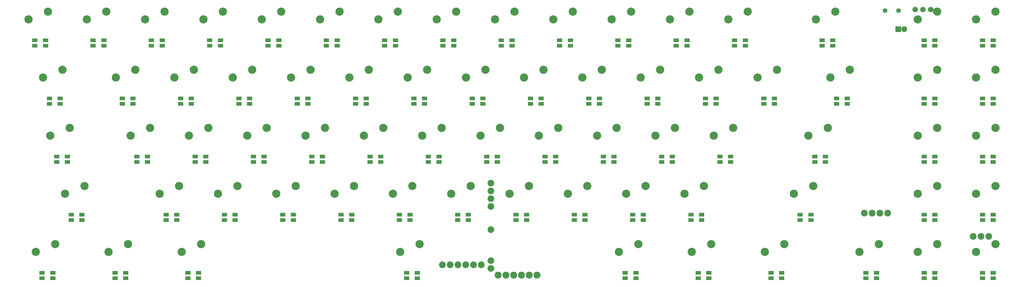
<source format=gbr>
G04 #@! TF.FileFunction,Soldermask,Top*
%FSLAX46Y46*%
G04 Gerber Fmt 4.6, Leading zero omitted, Abs format (unit mm)*
G04 Created by KiCad (PCBNEW 4.0.2-stable) date 7/14/2016 10:06:43 PM*
%MOMM*%
G01*
G04 APERTURE LIST*
%ADD10C,0.100000*%
%ADD11C,1.500000*%
%ADD12C,2.686000*%
%ADD13C,1.924000*%
%ADD14R,1.924000X1.924000*%
%ADD15C,2.279600*%
%ADD16C,2.178000*%
%ADD17R,1.700000X1.250000*%
%ADD18C,2.200000*%
%ADD19C,1.800000*%
G04 APERTURE END LIST*
D10*
D11*
X345795950Y-65262850D03*
X350195950Y-65262850D03*
D12*
X181898750Y-103697500D03*
X175548750Y-106237500D03*
D13*
X352135950Y-71392850D03*
D14*
X350135950Y-71392850D03*
D15*
X219426950Y-151972850D03*
X221966950Y-151972850D03*
X224506950Y-151972850D03*
X227046950Y-151972850D03*
X229586950Y-151972850D03*
X232126950Y-151972850D03*
D16*
X217085950Y-149742850D03*
X217085950Y-147202850D03*
X217085950Y-137042850D03*
X217085950Y-129422850D03*
X217085950Y-126882850D03*
X217085950Y-124342850D03*
X217085950Y-121802850D03*
D17*
X266828450Y-133947850D03*
X266828450Y-132197850D03*
X263328450Y-132197850D03*
X263328450Y-133947850D03*
X68065950Y-75047850D03*
X68065950Y-76797850D03*
X71565950Y-76797850D03*
X71565950Y-75047850D03*
X87115950Y-75047850D03*
X87115950Y-76797850D03*
X90615950Y-76797850D03*
X90615950Y-75047850D03*
X106165950Y-75047850D03*
X106165950Y-76797850D03*
X109665950Y-76797850D03*
X109665950Y-75047850D03*
X125215950Y-75047850D03*
X125215950Y-76797850D03*
X128715950Y-76797850D03*
X128715950Y-75047850D03*
X144265950Y-75047850D03*
X144265950Y-76797850D03*
X147765950Y-76797850D03*
X147765950Y-75047850D03*
X163315950Y-75047850D03*
X163315950Y-76797850D03*
X166815950Y-76797850D03*
X166815950Y-75047850D03*
X182365950Y-75047850D03*
X182365950Y-76797850D03*
X185865950Y-76797850D03*
X185865950Y-75047850D03*
X201415950Y-75047850D03*
X201415950Y-76797850D03*
X204915950Y-76797850D03*
X204915950Y-75047850D03*
X220465950Y-75047850D03*
X220465950Y-76797850D03*
X223965950Y-76797850D03*
X223965950Y-75047850D03*
X239515950Y-75047850D03*
X239515950Y-76797850D03*
X243015950Y-76797850D03*
X243015950Y-75047850D03*
X258565950Y-75047850D03*
X258565950Y-76797850D03*
X262065950Y-76797850D03*
X262065950Y-75047850D03*
X277615950Y-75047850D03*
X277615950Y-76797850D03*
X281115950Y-76797850D03*
X281115950Y-75047850D03*
X296665950Y-75047850D03*
X296665950Y-76797850D03*
X300165950Y-76797850D03*
X300165950Y-75047850D03*
X325240950Y-75047850D03*
X325240950Y-76797850D03*
X328740950Y-76797850D03*
X328740950Y-75047850D03*
X358578450Y-75047850D03*
X358578450Y-76797850D03*
X362078450Y-76797850D03*
X362078450Y-75047850D03*
X377628450Y-75047850D03*
X377628450Y-76797850D03*
X381128450Y-76797850D03*
X381128450Y-75047850D03*
X76328450Y-95847850D03*
X76328450Y-94097850D03*
X72828450Y-94097850D03*
X72828450Y-95847850D03*
X100140950Y-95847850D03*
X100140950Y-94097850D03*
X96640950Y-94097850D03*
X96640950Y-95847850D03*
X119190950Y-95847850D03*
X119190950Y-94097850D03*
X115690950Y-94097850D03*
X115690950Y-95847850D03*
X138240950Y-95847850D03*
X138240950Y-94097850D03*
X134740950Y-94097850D03*
X134740950Y-95847850D03*
X157290950Y-95847850D03*
X157290950Y-94097850D03*
X153790950Y-94097850D03*
X153790950Y-95847850D03*
X176340950Y-95847850D03*
X176340950Y-94097850D03*
X172840950Y-94097850D03*
X172840950Y-95847850D03*
X195390950Y-95847850D03*
X195390950Y-94097850D03*
X191890950Y-94097850D03*
X191890950Y-95847850D03*
X214440950Y-95847850D03*
X214440950Y-94097850D03*
X210940950Y-94097850D03*
X210940950Y-95847850D03*
X233490950Y-95847850D03*
X233490950Y-94097850D03*
X229990950Y-94097850D03*
X229990950Y-95847850D03*
X252540950Y-95847850D03*
X252540950Y-94097850D03*
X249040950Y-94097850D03*
X249040950Y-95847850D03*
X271590950Y-95847850D03*
X271590950Y-94097850D03*
X268090950Y-94097850D03*
X268090950Y-95847850D03*
X290640950Y-95847850D03*
X290640950Y-94097850D03*
X287140950Y-94097850D03*
X287140950Y-95847850D03*
X309690950Y-95847850D03*
X309690950Y-94097850D03*
X306190950Y-94097850D03*
X306190950Y-95847850D03*
X333503450Y-95847850D03*
X333503450Y-94097850D03*
X330003450Y-94097850D03*
X330003450Y-95847850D03*
X362078450Y-95847850D03*
X362078450Y-94097850D03*
X358578450Y-94097850D03*
X358578450Y-95847850D03*
X381128450Y-95847850D03*
X381128450Y-94097850D03*
X377628450Y-94097850D03*
X377628450Y-95847850D03*
X75209700Y-113147850D03*
X75209700Y-114897850D03*
X78709700Y-114897850D03*
X78709700Y-113147850D03*
X101403450Y-113147850D03*
X101403450Y-114897850D03*
X104903450Y-114897850D03*
X104903450Y-113147850D03*
X120453450Y-113147850D03*
X120453450Y-114897850D03*
X123953450Y-114897850D03*
X123953450Y-113147850D03*
X139503450Y-113147850D03*
X139503450Y-114897850D03*
X143003450Y-114897850D03*
X143003450Y-113147850D03*
X158553450Y-113147850D03*
X158553450Y-114897850D03*
X162053450Y-114897850D03*
X162053450Y-113147850D03*
X177603450Y-113147850D03*
X177603450Y-114897850D03*
X181103450Y-114897850D03*
X181103450Y-113147850D03*
X196653450Y-113147850D03*
X196653450Y-114897850D03*
X200153450Y-114897850D03*
X200153450Y-113147850D03*
X215703450Y-113147850D03*
X215703450Y-114897850D03*
X219203450Y-114897850D03*
X219203450Y-113147850D03*
X234753450Y-113147850D03*
X234753450Y-114897850D03*
X238253450Y-114897850D03*
X238253450Y-113147850D03*
X253803450Y-113147850D03*
X253803450Y-114897850D03*
X257303450Y-114897850D03*
X257303450Y-113147850D03*
X272853450Y-113147850D03*
X272853450Y-114897850D03*
X276353450Y-114897850D03*
X276353450Y-113147850D03*
X291903450Y-113147850D03*
X291903450Y-114897850D03*
X295403450Y-114897850D03*
X295403450Y-113147850D03*
X322859700Y-113147850D03*
X322859700Y-114897850D03*
X326359700Y-114897850D03*
X326359700Y-113147850D03*
X358578450Y-113147850D03*
X358578450Y-114897850D03*
X362078450Y-114897850D03*
X362078450Y-113147850D03*
X377628450Y-113147850D03*
X377628450Y-114897850D03*
X381128450Y-114897850D03*
X381128450Y-113147850D03*
X83472200Y-133947850D03*
X83472200Y-132197850D03*
X79972200Y-132197850D03*
X79972200Y-133947850D03*
X114428450Y-133947850D03*
X114428450Y-132197850D03*
X110928450Y-132197850D03*
X110928450Y-133947850D03*
X133478450Y-133947850D03*
X133478450Y-132197850D03*
X129978450Y-132197850D03*
X129978450Y-133947850D03*
X152528450Y-133947850D03*
X152528450Y-132197850D03*
X149028450Y-132197850D03*
X149028450Y-133947850D03*
X171578450Y-133947850D03*
X171578450Y-132197850D03*
X168078450Y-132197850D03*
X168078450Y-133947850D03*
X190628450Y-133947850D03*
X190628450Y-132197850D03*
X187128450Y-132197850D03*
X187128450Y-133947850D03*
X209678450Y-133947850D03*
X209678450Y-132197850D03*
X206178450Y-132197850D03*
X206178450Y-133947850D03*
X228728450Y-133947850D03*
X228728450Y-132197850D03*
X225228450Y-132197850D03*
X225228450Y-133947850D03*
X247778450Y-133947850D03*
X247778450Y-132197850D03*
X244278450Y-132197850D03*
X244278450Y-133947850D03*
X285878450Y-133947850D03*
X285878450Y-132197850D03*
X282378450Y-132197850D03*
X282378450Y-133947850D03*
X321597200Y-133947850D03*
X321597200Y-132197850D03*
X318097200Y-132197850D03*
X318097200Y-133947850D03*
X362078450Y-133947850D03*
X362078450Y-132197850D03*
X358578450Y-132197850D03*
X358578450Y-133947850D03*
X381128450Y-133947850D03*
X381128450Y-132197850D03*
X377628450Y-132197850D03*
X377628450Y-133947850D03*
X70447200Y-151247850D03*
X70447200Y-152997850D03*
X73947200Y-152997850D03*
X73947200Y-151247850D03*
X189509700Y-151247850D03*
X189509700Y-152997850D03*
X193009700Y-152997850D03*
X193009700Y-151247850D03*
X260947200Y-151247850D03*
X260947200Y-152997850D03*
X264447200Y-152997850D03*
X264447200Y-151247850D03*
X284759700Y-151247850D03*
X284759700Y-152997850D03*
X288259700Y-152997850D03*
X288259700Y-151247850D03*
X308572200Y-151247850D03*
X308572200Y-152997850D03*
X312072200Y-152997850D03*
X312072200Y-151247850D03*
X377628450Y-151247850D03*
X377628450Y-152997850D03*
X381128450Y-152997850D03*
X381128450Y-151247850D03*
X339528450Y-151247850D03*
X339528450Y-152997850D03*
X343028450Y-152997850D03*
X343028450Y-151247850D03*
X358578450Y-151247850D03*
X358578450Y-152997850D03*
X362078450Y-152997850D03*
X362078450Y-151247850D03*
X94259700Y-151247850D03*
X94259700Y-152997850D03*
X97759700Y-152997850D03*
X97759700Y-151247850D03*
X118072200Y-151247850D03*
X118072200Y-152997850D03*
X121572200Y-152997850D03*
X121572200Y-151247850D03*
D18*
X341595950Y-131632850D03*
X344135950Y-131632850D03*
X339055950Y-131632850D03*
X374615950Y-139252850D03*
X211365950Y-148572850D03*
X213905950Y-148572850D03*
X208825950Y-148572850D03*
X206285950Y-148572850D03*
X379695950Y-139252850D03*
X346675950Y-131632850D03*
X377155950Y-139252850D03*
X201205950Y-148572850D03*
X203745950Y-148572850D03*
D12*
X72355950Y-65592850D03*
X66005950Y-68132850D03*
X91406350Y-65592850D03*
X85056350Y-68132850D03*
X110456750Y-65592850D03*
X104106750Y-68132850D03*
X129507150Y-65592850D03*
X123157150Y-68132850D03*
X167607950Y-65592850D03*
X161257950Y-68132850D03*
X205708750Y-65592850D03*
X199358750Y-68132850D03*
X224759150Y-65592850D03*
X218409150Y-68132850D03*
X243809550Y-65592850D03*
X237459550Y-68132850D03*
X262859950Y-65592850D03*
X256509950Y-68132850D03*
X281910350Y-65592850D03*
X275560350Y-68132850D03*
X300960750Y-65592850D03*
X294610750Y-68132850D03*
X329536350Y-65592850D03*
X323186350Y-68132850D03*
X381923750Y-65597500D03*
X375573750Y-68137500D03*
X77118550Y-84643250D03*
X70768550Y-87183250D03*
X119986250Y-84647500D03*
X113636250Y-87187500D03*
X139036250Y-84647500D03*
X132686250Y-87187500D03*
X158086250Y-84647500D03*
X151736250Y-87187500D03*
X177136250Y-84647500D03*
X170786250Y-87187500D03*
X196186250Y-84647500D03*
X189836250Y-87187500D03*
X215236250Y-84647500D03*
X208886250Y-87187500D03*
X234284350Y-84643250D03*
X227934350Y-87183250D03*
X253334750Y-84643250D03*
X246984750Y-87183250D03*
X272385150Y-84643250D03*
X266035150Y-87183250D03*
X291435550Y-84643250D03*
X285085550Y-87183250D03*
X310485950Y-84643250D03*
X304135950Y-87183250D03*
X334298950Y-84643250D03*
X327948950Y-87183250D03*
X362873750Y-84647500D03*
X356523750Y-87187500D03*
X381923750Y-84647500D03*
X375573750Y-87187500D03*
X79505000Y-103697500D03*
X73155000Y-106237500D03*
X105698750Y-103697500D03*
X99348750Y-106237500D03*
X124748750Y-103697500D03*
X118398750Y-106237500D03*
X143798750Y-103697500D03*
X137448750Y-106237500D03*
X200948750Y-103697500D03*
X194598750Y-106237500D03*
X219998750Y-103697500D03*
X213648750Y-106237500D03*
X258098750Y-103697500D03*
X251748750Y-106237500D03*
X277148750Y-103697500D03*
X270798750Y-106237500D03*
X296198750Y-103697500D03*
X289848750Y-106237500D03*
X327155000Y-103697500D03*
X320805000Y-106237500D03*
X381923750Y-103697500D03*
X375573750Y-106237500D03*
X84267500Y-122747500D03*
X77917500Y-125287500D03*
X115223750Y-122747500D03*
X108873750Y-125287500D03*
X134273750Y-122747500D03*
X127923750Y-125287500D03*
X153323750Y-122747500D03*
X146973750Y-125287500D03*
X172373750Y-122747500D03*
X166023750Y-125287500D03*
X191423750Y-122747500D03*
X185073750Y-125287500D03*
X210473750Y-122747500D03*
X204123750Y-125287500D03*
X229523750Y-122747500D03*
X223173750Y-125287500D03*
X248573750Y-122747500D03*
X242223750Y-125287500D03*
X267623750Y-122747500D03*
X261273750Y-125287500D03*
X286673750Y-122747500D03*
X280323750Y-125287500D03*
X322392500Y-122747500D03*
X316042500Y-125287500D03*
X362873750Y-122747500D03*
X356523750Y-125287500D03*
X381923750Y-122747500D03*
X375573750Y-125287500D03*
X74742500Y-141797500D03*
X68392500Y-144337500D03*
X98555000Y-141797500D03*
X92205000Y-144337500D03*
X122367500Y-141797500D03*
X116017500Y-144337500D03*
X193805000Y-141797500D03*
X187455000Y-144337500D03*
X265242500Y-141797500D03*
X258892500Y-144337500D03*
X289055000Y-141797500D03*
X282705000Y-144337500D03*
X312867500Y-141797500D03*
X306517500Y-144337500D03*
X343823750Y-141797500D03*
X337473750Y-144337500D03*
X362873750Y-141797500D03*
X356523750Y-144337500D03*
X381923750Y-141797500D03*
X375573750Y-144337500D03*
D19*
X355635950Y-64932850D03*
X358175950Y-64932850D03*
X360715950Y-64932850D03*
D12*
X362873750Y-103697500D03*
X356523750Y-106237500D03*
X362873750Y-65597500D03*
X356523750Y-68137500D03*
X148557550Y-65592850D03*
X142207550Y-68132850D03*
X186658350Y-65592850D03*
X180308350Y-68132850D03*
X100931550Y-84643250D03*
X94581550Y-87183250D03*
X162848750Y-103697500D03*
X156498750Y-106237500D03*
X239048750Y-103697500D03*
X232698750Y-106237500D03*
M02*

</source>
